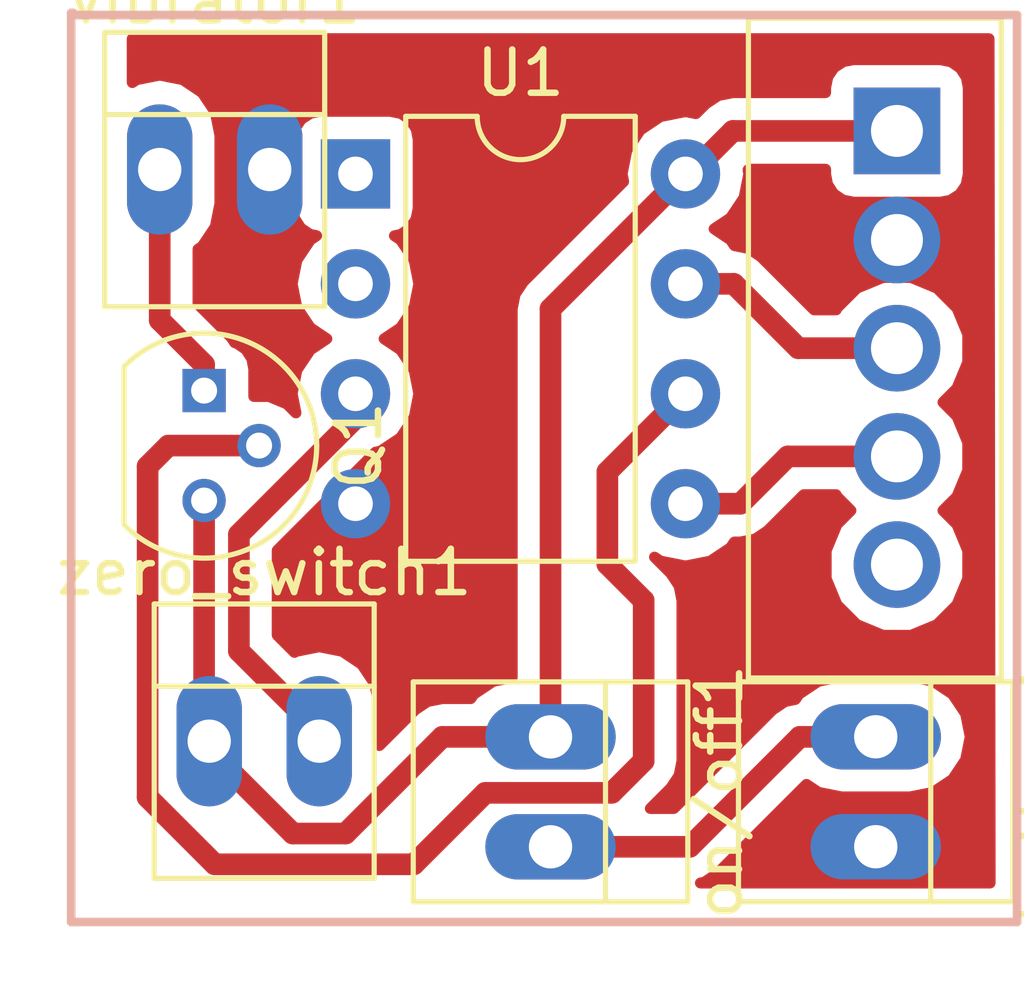
<source format=kicad_pcb>
(kicad_pcb (version 4) (host pcbnew 4.0.6)

  (general
    (links 13)
    (no_connects 0)
    (area 177.236667 93.774999 202.975 117.303333)
    (thickness 1.6)
    (drawings 5)
    (tracks 44)
    (zones 0)
    (modules 7)
    (nets 9)
  )

  (page A4)
  (layers
    (0 F.Cu signal)
    (31 B.Cu signal hide)
    (32 B.Adhes user hide)
    (33 F.Adhes user hide)
    (34 B.Paste user hide)
    (35 F.Paste user hide)
    (36 B.SilkS user)
    (37 F.SilkS user hide)
    (38 B.Mask user hide)
    (39 F.Mask user hide)
    (40 Dwgs.User user hide)
    (41 Cmts.User user hide)
    (42 Eco1.User user hide)
    (43 Eco2.User user hide)
    (44 Edge.Cuts user hide)
    (45 Margin user hide)
    (46 B.CrtYd user hide)
    (47 F.CrtYd user hide)
    (48 B.Fab user hide)
    (49 F.Fab user)
  )

  (setup
    (last_trace_width 0.5)
    (trace_clearance 0.2)
    (zone_clearance 0.508)
    (zone_45_only yes)
    (trace_min 0.2)
    (segment_width 0.2)
    (edge_width 0.15)
    (via_size 0.6)
    (via_drill 0.4)
    (via_min_size 0.4)
    (via_min_drill 0.3)
    (uvia_size 0.3)
    (uvia_drill 0.1)
    (uvias_allowed no)
    (uvia_min_size 0.2)
    (uvia_min_drill 0.1)
    (pcb_text_width 0.3)
    (pcb_text_size 1.5 1.5)
    (mod_edge_width 0.15)
    (mod_text_size 1 1)
    (mod_text_width 0.15)
    (pad_size 1.524 1.524)
    (pad_drill 0.762)
    (pad_to_mask_clearance 0.2)
    (aux_axis_origin 0 0)
    (visible_elements 7FFFFFFF)
    (pcbplotparams
      (layerselection 0x00030_80000001)
      (usegerberextensions false)
      (excludeedgelayer true)
      (linewidth 0.050000)
      (plotframeref false)
      (viasonmask false)
      (mode 1)
      (useauxorigin false)
      (hpglpennumber 1)
      (hpglpenspeed 20)
      (hpglpendiameter 15)
      (hpglpenoverlay 2)
      (psnegative false)
      (psa4output false)
      (plotreference true)
      (plotvalue true)
      (plotinvisibletext false)
      (padsonsilk false)
      (subtractmaskfromsilk false)
      (outputformat 1)
      (mirror false)
      (drillshape 1)
      (scaleselection 1)
      (outputdirectory ""))
  )

  (net 0 "")
  (net 1 "Net-(J1-Pad1)")
  (net 2 "Net-(J1-Pad3)")
  (net 3 "Net-(J1-Pad4)")
  (net 4 "Net-(Q1-Pad2)")
  (net 5 "Net-(Q1-Pad1)")
  (net 6 "Net-(battery1-Pad1)")
  (net 7 "Net-(J1-Pad2)")
  (net 8 "Net-(U1-Pad3)")

  (net_class Default "This is the default net class."
    (clearance 0.2)
    (trace_width 0.5)
    (via_dia 0.6)
    (via_drill 0.4)
    (uvia_dia 0.3)
    (uvia_drill 0.1)
    (add_net "Net-(J1-Pad1)")
    (add_net "Net-(J1-Pad2)")
    (add_net "Net-(J1-Pad3)")
    (add_net "Net-(J1-Pad4)")
    (add_net "Net-(Q1-Pad1)")
    (add_net "Net-(Q1-Pad2)")
    (add_net "Net-(U1-Pad3)")
    (add_net "Net-(battery1-Pad1)")
  )

  (module Connect:PINHEAD1-2 (layer F.Cu) (tedit 0) (tstamp 5A33CA15)
    (at 180.975 97.8916)
    (path /5A3272DB)
    (fp_text reference vibrator1 (at 1.27 -3.9) (layer F.SilkS)
      (effects (font (size 1 1) (thickness 0.15)))
    )
    (fp_text value CONN_01X02 (at 1.27 3.81) (layer F.Fab)
      (effects (font (size 1 1) (thickness 0.15)))
    )
    (fp_line (start 3.81 -1.27) (end -1.27 -1.27) (layer F.SilkS) (width 0.12))
    (fp_line (start 3.81 3.17) (end -1.27 3.17) (layer F.SilkS) (width 0.12))
    (fp_line (start -1.27 -3.17) (end 3.81 -3.17) (layer F.SilkS) (width 0.12))
    (fp_line (start -1.27 -3.17) (end -1.27 3.17) (layer F.SilkS) (width 0.12))
    (fp_line (start 3.81 -3.17) (end 3.81 3.17) (layer F.SilkS) (width 0.12))
    (fp_line (start -1.52 -3.42) (end 4.06 -3.42) (layer F.CrtYd) (width 0.05))
    (fp_line (start -1.52 -3.42) (end -1.52 3.42) (layer F.CrtYd) (width 0.05))
    (fp_line (start 4.06 3.42) (end 4.06 -3.42) (layer F.CrtYd) (width 0.05))
    (fp_line (start 4.06 3.42) (end -1.52 3.42) (layer F.CrtYd) (width 0.05))
    (pad 1 thru_hole oval (at 0 0) (size 1.51 3.01) (drill 1) (layers *.Cu *.Mask)
      (net 5 "Net-(Q1-Pad1)"))
    (pad 2 thru_hole oval (at 2.54 0) (size 1.51 3.01) (drill 1) (layers *.Cu *.Mask)
      (net 7 "Net-(J1-Pad2)"))
  )

  (module Connect:PINHEAD1-2 (layer F.Cu) (tedit 0) (tstamp 5A33C9FC)
    (at 190 111 270)
    (path /5A327356)
    (fp_text reference on/off1 (at 1.27 -3.9 270) (layer F.SilkS)
      (effects (font (size 1 1) (thickness 0.15)))
    )
    (fp_text value CONN_01X02 (at 1.27 3.81 270) (layer F.Fab)
      (effects (font (size 1 1) (thickness 0.15)))
    )
    (fp_line (start 3.81 -1.27) (end -1.27 -1.27) (layer F.SilkS) (width 0.12))
    (fp_line (start 3.81 3.17) (end -1.27 3.17) (layer F.SilkS) (width 0.12))
    (fp_line (start -1.27 -3.17) (end 3.81 -3.17) (layer F.SilkS) (width 0.12))
    (fp_line (start -1.27 -3.17) (end -1.27 3.17) (layer F.SilkS) (width 0.12))
    (fp_line (start 3.81 -3.17) (end 3.81 3.17) (layer F.SilkS) (width 0.12))
    (fp_line (start -1.52 -3.42) (end 4.06 -3.42) (layer F.CrtYd) (width 0.05))
    (fp_line (start -1.52 -3.42) (end -1.52 3.42) (layer F.CrtYd) (width 0.05))
    (fp_line (start 4.06 3.42) (end 4.06 -3.42) (layer F.CrtYd) (width 0.05))
    (fp_line (start 4.06 3.42) (end -1.52 3.42) (layer F.CrtYd) (width 0.05))
    (pad 1 thru_hole oval (at 0 0 270) (size 1.51 3.01) (drill 1) (layers *.Cu *.Mask)
      (net 1 "Net-(J1-Pad1)"))
    (pad 2 thru_hole oval (at 2.54 0 270) (size 1.51 3.01) (drill 1) (layers *.Cu *.Mask)
      (net 6 "Net-(battery1-Pad1)"))
  )

  (module Connectors:Wafer_Vertical15x5.8x7RM2.5-5 (layer F.Cu) (tedit 556C2A98) (tstamp 5A33C9F6)
    (at 198 97 270)
    (descr "Gold-Tek vertical wafer connector with 2.5mm pitch")
    (tags "wafer connector vertical")
    (path /5A327108)
    (fp_text reference J1 (at 5.02 -3.81 270) (layer F.SilkS)
      (effects (font (size 1 1) (thickness 0.15)))
    )
    (fp_text value CONN_01X05 (at 5.02 5.08 270) (layer F.Fab)
      (effects (font (size 1 1) (thickness 0.15)))
    )
    (fp_line (start -3 -2.75) (end 12.95 -2.75) (layer F.CrtYd) (width 0.05))
    (fp_line (start 12.95 -2.75) (end 12.95 3.8) (layer F.CrtYd) (width 0.05))
    (fp_line (start 12.95 3.8) (end -3 3.8) (layer F.CrtYd) (width 0.05))
    (fp_line (start -3 3.8) (end -3 -2.75) (layer F.CrtYd) (width 0.05))
    (fp_line (start 12.64 3.43) (end -2.6 3.43) (layer F.SilkS) (width 0.12))
    (fp_line (start -2.6 -2.41) (end 12.64 -2.41) (layer F.SilkS) (width 0.12))
    (fp_line (start 12.64 -2.41) (end 12.64 3.43) (layer F.SilkS) (width 0.12))
    (fp_line (start -2.6 -2.41) (end -2.6 3.43) (layer F.SilkS) (width 0.12))
    (pad 1 thru_hole rect (at 0 0 270) (size 2 2) (drill 1.2) (layers *.Cu *.Mask)
      (net 1 "Net-(J1-Pad1)"))
    (pad 2 thru_hole circle (at 2.52 0 270) (size 2 2) (drill 1.2) (layers *.Cu *.Mask)
      (net 7 "Net-(J1-Pad2)"))
    (pad 3 thru_hole circle (at 5.02 0 270) (size 2 2) (drill 1.2) (layers *.Cu *.Mask)
      (net 2 "Net-(J1-Pad3)"))
    (pad 4 thru_hole circle (at 7.52 0 270) (size 2 2) (drill 1.2) (layers *.Cu *.Mask)
      (net 3 "Net-(J1-Pad4)"))
    (pad 5 thru_hole circle (at 10.02 0 270) (size 2 2) (drill 1.2) (layers *.Cu *.Mask))
    (model Connectors.3dshapes/Wafer_Vertical15x5.8x7RM2.5-5.wrl
      (at (xyz 0 0 0))
      (scale (xyz 4 4 4))
      (rotate (xyz 0 0 0))
    )
  )

  (module TO_SOT_Packages_THT:TO-92_Molded_Narrow (layer F.Cu) (tedit 58CE52AF) (tstamp 5A33CA03)
    (at 182 103 270)
    (descr "TO-92 leads molded, narrow, drill 0.6mm (see NXP sot054_po.pdf)")
    (tags "to-92 sc-43 sc-43a sot54 PA33 transistor")
    (path /5A33B4C1)
    (fp_text reference Q1 (at 1.27 -3.56 270) (layer F.SilkS)
      (effects (font (size 1 1) (thickness 0.15)))
    )
    (fp_text value PN2222A (at 1.27 2.79 270) (layer F.Fab)
      (effects (font (size 1 1) (thickness 0.15)))
    )
    (fp_text user %R (at 1.27 -3.56 270) (layer F.Fab)
      (effects (font (size 1 1) (thickness 0.15)))
    )
    (fp_line (start -0.53 1.85) (end 3.07 1.85) (layer F.SilkS) (width 0.12))
    (fp_line (start -0.5 1.75) (end 3 1.75) (layer F.Fab) (width 0.1))
    (fp_line (start -1.46 -2.73) (end 4 -2.73) (layer F.CrtYd) (width 0.05))
    (fp_line (start -1.46 -2.73) (end -1.46 2.01) (layer F.CrtYd) (width 0.05))
    (fp_line (start 4 2.01) (end 4 -2.73) (layer F.CrtYd) (width 0.05))
    (fp_line (start 4 2.01) (end -1.46 2.01) (layer F.CrtYd) (width 0.05))
    (fp_arc (start 1.27 0) (end 1.27 -2.48) (angle 135) (layer F.Fab) (width 0.1))
    (fp_arc (start 1.27 0) (end 1.27 -2.6) (angle -135) (layer F.SilkS) (width 0.12))
    (fp_arc (start 1.27 0) (end 1.27 -2.48) (angle -135) (layer F.Fab) (width 0.1))
    (fp_arc (start 1.27 0) (end 1.27 -2.6) (angle 135) (layer F.SilkS) (width 0.12))
    (pad 2 thru_hole circle (at 1.27 -1.27) (size 1 1) (drill 0.6) (layers *.Cu *.Mask)
      (net 4 "Net-(Q1-Pad2)"))
    (pad 3 thru_hole circle (at 2.54 0) (size 1 1) (drill 0.6) (layers *.Cu *.Mask)
      (net 1 "Net-(J1-Pad1)"))
    (pad 1 thru_hole rect (at 0 0) (size 1 1) (drill 0.6) (layers *.Cu *.Mask)
      (net 5 "Net-(Q1-Pad1)"))
    (model ${KISYS3DMOD}/TO_SOT_Packages_THT.3dshapes/TO-92_Molded_Narrow.wrl
      (at (xyz 0.05 0 0))
      (scale (xyz 1 1 1))
      (rotate (xyz 0 0 -90))
    )
  )

  (module Housings_DIP:DIP-8_W7.62mm (layer F.Cu) (tedit 59C78D6B) (tstamp 5A33CA0F)
    (at 185.4962 97.9932)
    (descr "8-lead though-hole mounted DIP package, row spacing 7.62 mm (300 mils)")
    (tags "THT DIP DIL PDIP 2.54mm 7.62mm 300mil")
    (path /5A32703E)
    (fp_text reference U1 (at 3.81 -2.33) (layer F.SilkS)
      (effects (font (size 1 1) (thickness 0.15)))
    )
    (fp_text value ATTINY10-P (at 3.81 9.95) (layer F.Fab)
      (effects (font (size 1 1) (thickness 0.15)))
    )
    (fp_arc (start 3.81 -1.33) (end 2.81 -1.33) (angle -180) (layer F.SilkS) (width 0.12))
    (fp_line (start 1.635 -1.27) (end 6.985 -1.27) (layer F.Fab) (width 0.1))
    (fp_line (start 6.985 -1.27) (end 6.985 8.89) (layer F.Fab) (width 0.1))
    (fp_line (start 6.985 8.89) (end 0.635 8.89) (layer F.Fab) (width 0.1))
    (fp_line (start 0.635 8.89) (end 0.635 -0.27) (layer F.Fab) (width 0.1))
    (fp_line (start 0.635 -0.27) (end 1.635 -1.27) (layer F.Fab) (width 0.1))
    (fp_line (start 2.81 -1.33) (end 1.16 -1.33) (layer F.SilkS) (width 0.12))
    (fp_line (start 1.16 -1.33) (end 1.16 8.95) (layer F.SilkS) (width 0.12))
    (fp_line (start 1.16 8.95) (end 6.46 8.95) (layer F.SilkS) (width 0.12))
    (fp_line (start 6.46 8.95) (end 6.46 -1.33) (layer F.SilkS) (width 0.12))
    (fp_line (start 6.46 -1.33) (end 4.81 -1.33) (layer F.SilkS) (width 0.12))
    (fp_line (start -1.1 -1.55) (end -1.1 9.15) (layer F.CrtYd) (width 0.05))
    (fp_line (start -1.1 9.15) (end 8.7 9.15) (layer F.CrtYd) (width 0.05))
    (fp_line (start 8.7 9.15) (end 8.7 -1.55) (layer F.CrtYd) (width 0.05))
    (fp_line (start 8.7 -1.55) (end -1.1 -1.55) (layer F.CrtYd) (width 0.05))
    (fp_text user %R (at 3.81 3.81) (layer F.Fab)
      (effects (font (size 1 1) (thickness 0.15)))
    )
    (pad 1 thru_hole rect (at 0 0) (size 1.6 1.6) (drill 0.8) (layers *.Cu *.Mask))
    (pad 5 thru_hole oval (at 7.62 7.62) (size 1.6 1.6) (drill 0.8) (layers *.Cu *.Mask)
      (net 3 "Net-(J1-Pad4)"))
    (pad 2 thru_hole oval (at 0 2.54) (size 1.6 1.6) (drill 0.8) (layers *.Cu *.Mask))
    (pad 6 thru_hole oval (at 7.62 5.08) (size 1.6 1.6) (drill 0.8) (layers *.Cu *.Mask)
      (net 4 "Net-(Q1-Pad2)"))
    (pad 3 thru_hole oval (at 0 5.08) (size 1.6 1.6) (drill 0.8) (layers *.Cu *.Mask)
      (net 8 "Net-(U1-Pad3)"))
    (pad 7 thru_hole oval (at 7.62 2.54) (size 1.6 1.6) (drill 0.8) (layers *.Cu *.Mask)
      (net 2 "Net-(J1-Pad3)"))
    (pad 4 thru_hole oval (at 0 7.62) (size 1.6 1.6) (drill 0.8) (layers *.Cu *.Mask)
      (net 7 "Net-(J1-Pad2)"))
    (pad 8 thru_hole oval (at 7.62 0) (size 1.6 1.6) (drill 0.8) (layers *.Cu *.Mask)
      (net 1 "Net-(J1-Pad1)"))
    (model ${KISYS3DMOD}/Housings_DIP.3dshapes/DIP-8_W7.62mm.wrl
      (at (xyz 0 0 0))
      (scale (xyz 1 1 1))
      (rotate (xyz 0 0 0))
    )
  )

  (module Connect:PINHEAD1-2 (layer F.Cu) (tedit 0) (tstamp 5A33CA1B)
    (at 182.118 111.0996)
    (path /5A327202)
    (fp_text reference zero_switch1 (at 1.27 -3.9) (layer F.SilkS)
      (effects (font (size 1 1) (thickness 0.15)))
    )
    (fp_text value CONN_01X02 (at 1.27 3.81) (layer F.Fab)
      (effects (font (size 1 1) (thickness 0.15)))
    )
    (fp_line (start 3.81 -1.27) (end -1.27 -1.27) (layer F.SilkS) (width 0.12))
    (fp_line (start 3.81 3.17) (end -1.27 3.17) (layer F.SilkS) (width 0.12))
    (fp_line (start -1.27 -3.17) (end 3.81 -3.17) (layer F.SilkS) (width 0.12))
    (fp_line (start -1.27 -3.17) (end -1.27 3.17) (layer F.SilkS) (width 0.12))
    (fp_line (start 3.81 -3.17) (end 3.81 3.17) (layer F.SilkS) (width 0.12))
    (fp_line (start -1.52 -3.42) (end 4.06 -3.42) (layer F.CrtYd) (width 0.05))
    (fp_line (start -1.52 -3.42) (end -1.52 3.42) (layer F.CrtYd) (width 0.05))
    (fp_line (start 4.06 3.42) (end 4.06 -3.42) (layer F.CrtYd) (width 0.05))
    (fp_line (start 4.06 3.42) (end -1.52 3.42) (layer F.CrtYd) (width 0.05))
    (pad 1 thru_hole oval (at 0 0) (size 1.51 3.01) (drill 1) (layers *.Cu *.Mask)
      (net 1 "Net-(J1-Pad1)"))
    (pad 2 thru_hole oval (at 2.54 0) (size 1.51 3.01) (drill 1) (layers *.Cu *.Mask)
      (net 8 "Net-(U1-Pad3)"))
  )

  (module Connect:PINHEAD1-2 (layer F.Cu) (tedit 0) (tstamp 5A393088)
    (at 197.5104 110.998 270)
    (path /5A393046)
    (fp_text reference battery1 (at 1.27 -3.9 270) (layer F.SilkS)
      (effects (font (size 1 1) (thickness 0.15)))
    )
    (fp_text value CONN_01X02 (at 1.27 3.81 270) (layer F.Fab)
      (effects (font (size 1 1) (thickness 0.15)))
    )
    (fp_line (start 3.81 -1.27) (end -1.27 -1.27) (layer F.SilkS) (width 0.12))
    (fp_line (start 3.81 3.17) (end -1.27 3.17) (layer F.SilkS) (width 0.12))
    (fp_line (start -1.27 -3.17) (end 3.81 -3.17) (layer F.SilkS) (width 0.12))
    (fp_line (start -1.27 -3.17) (end -1.27 3.17) (layer F.SilkS) (width 0.12))
    (fp_line (start 3.81 -3.17) (end 3.81 3.17) (layer F.SilkS) (width 0.12))
    (fp_line (start -1.52 -3.42) (end 4.06 -3.42) (layer F.CrtYd) (width 0.05))
    (fp_line (start -1.52 -3.42) (end -1.52 3.42) (layer F.CrtYd) (width 0.05))
    (fp_line (start 4.06 3.42) (end 4.06 -3.42) (layer F.CrtYd) (width 0.05))
    (fp_line (start 4.06 3.42) (end -1.52 3.42) (layer F.CrtYd) (width 0.05))
    (pad 1 thru_hole oval (at 0 0 270) (size 1.51 3.01) (drill 1) (layers *.Cu *.Mask)
      (net 6 "Net-(battery1-Pad1)"))
    (pad 2 thru_hole oval (at 2.54 0 270) (size 1.51 3.01) (drill 1) (layers *.Cu *.Mask)
      (net 7 "Net-(J1-Pad2)"))
  )

  (gr_line (start 178.9303 94.2721) (end 178.9811 94.2721) (angle 90) (layer B.SilkS) (width 0.2))
  (gr_line (start 178.9303 115.2779) (end 178.9303 94.2721) (angle 90) (layer B.SilkS) (width 0.2))
  (gr_line (start 200.7743 115.2779) (end 178.9303 115.2779) (angle 90) (layer B.SilkS) (width 0.2))
  (gr_line (start 200.7743 94.3229) (end 200.7743 115.2779) (angle 90) (layer B.SilkS) (width 0.2))
  (gr_line (start 178.9303 94.3229) (end 200.7743 94.3229) (angle 90) (layer B.SilkS) (width 0.2))

  (segment (start 182 105.54) (end 182 110.9816) (width 0.5) (layer F.Cu) (net 1))
  (segment (start 182 110.9816) (end 182.118 111.0996) (width 0.5) (layer F.Cu) (net 1) (tstamp 5A535AB6))
  (segment (start 182.118 111.0996) (end 182.118 111.3028) (width 0.5) (layer F.Cu) (net 1))
  (segment (start 182.118 111.3028) (end 184.0484 113.2332) (width 0.5) (layer F.Cu) (net 1) (tstamp 5A535A98))
  (segment (start 184.0484 113.2332) (end 185.2676 113.2332) (width 0.5) (layer F.Cu) (net 1) (tstamp 5A535A99))
  (segment (start 185.2676 113.2332) (end 187.5008 111) (width 0.5) (layer F.Cu) (net 1) (tstamp 5A535A9D))
  (segment (start 187.5008 111) (end 190 111) (width 0.5) (layer F.Cu) (net 1) (tstamp 5A535AA0))
  (segment (start 193.1162 97.9932) (end 193.2178 97.9932) (width 0.5) (layer F.Cu) (net 1))
  (segment (start 193.2178 97.9932) (end 194.211 97) (width 0.5) (layer F.Cu) (net 1) (tstamp 5A535A19))
  (segment (start 194.211 97) (end 198 97) (width 0.5) (layer F.Cu) (net 1) (tstamp 5A535A1A))
  (segment (start 190 111) (end 190 101.1094) (width 0.5) (layer F.Cu) (net 1))
  (segment (start 190 101.1094) (end 193.1162 97.9932) (width 0.5) (layer F.Cu) (net 1) (tstamp 5A535A14))
  (segment (start 190 111) (end 190.5996 111) (width 0.5) (layer F.Cu) (net 1))
  (segment (start 193.1162 100.5332) (end 194.2338 100.5332) (width 0.5) (layer F.Cu) (net 2))
  (segment (start 195.7206 102.02) (end 198 102.02) (width 0.5) (layer F.Cu) (net 2) (tstamp 5A535A2D))
  (segment (start 194.2338 100.5332) (end 195.7206 102.02) (width 0.5) (layer F.Cu) (net 2) (tstamp 5A535A2C))
  (segment (start 193.1162 105.6132) (end 194.3862 105.6132) (width 0.5) (layer F.Cu) (net 3))
  (segment (start 195.4794 104.52) (end 198 104.52) (width 0.5) (layer F.Cu) (net 3) (tstamp 5A535A29))
  (segment (start 194.3862 105.6132) (end 195.4794 104.52) (width 0.5) (layer F.Cu) (net 3) (tstamp 5A535A26))
  (segment (start 191.3128 104.8766) (end 193.1162 103.0732) (width 0.5) (layer F.Cu) (net 4) (tstamp 5A535AEF))
  (segment (start 191.3128 107.0102) (end 191.3128 104.8766) (width 0.5) (layer F.Cu) (net 4) (tstamp 5A535AEE))
  (segment (start 192.151 107.8484) (end 191.3128 107.0102) (width 0.5) (layer F.Cu) (net 4) (tstamp 5A535AEC))
  (segment (start 192.151 111.5568) (end 192.151 107.8484) (width 0.5) (layer F.Cu) (net 4) (tstamp 5A535AE7))
  (segment (start 191.4144 112.2934) (end 192.151 111.5568) (width 0.5) (layer F.Cu) (net 4) (tstamp 5A535AE2))
  (segment (start 188.4934 112.2934) (end 191.4144 112.2934) (width 0.5) (layer F.Cu) (net 4) (tstamp 5A535ADF))
  (segment (start 186.8424 113.9444) (end 188.4934 112.2934) (width 0.5) (layer F.Cu) (net 4) (tstamp 5A535ADD))
  (segment (start 182.245 113.9444) (end 186.8424 113.9444) (width 0.5) (layer F.Cu) (net 4) (tstamp 5A535AD8))
  (segment (start 180.6956 112.395) (end 182.245 113.9444) (width 0.5) (layer F.Cu) (net 4) (tstamp 5A535AD4))
  (segment (start 180.6956 104.7496) (end 180.6956 112.395) (width 0.5) (layer F.Cu) (net 4) (tstamp 5A535AD0))
  (segment (start 181.1752 104.27) (end 180.6956 104.7496) (width 0.5) (layer F.Cu) (net 4) (tstamp 5A535ACE))
  (segment (start 183.27 104.27) (end 181.1752 104.27) (width 0.5) (layer F.Cu) (net 4))
  (segment (start 182 103) (end 182 102.3964) (width 0.5) (layer F.Cu) (net 5))
  (segment (start 180.975 101.3714) (end 180.975 97.8916) (width 0.5) (layer F.Cu) (net 5) (tstamp 5A535C03))
  (segment (start 182 102.3964) (end 180.975 101.3714) (width 0.5) (layer F.Cu) (net 5) (tstamp 5A535C02))
  (segment (start 198 111) (end 195.7558 111) (width 0.5) (layer F.Cu) (net 6))
  (segment (start 193.2158 113.54) (end 190 113.54) (width 0.5) (layer F.Cu) (net 6) (tstamp 5A535A0A))
  (segment (start 195.7558 111) (end 193.2158 113.54) (width 0.5) (layer F.Cu) (net 6) (tstamp 5A535A06))
  (segment (start 190 113.54) (end 190.46 113.54) (width 0.5) (layer F.Cu) (net 6))
  (segment (start 184.658 111.0996) (end 184.658 110.871) (width 0.5) (layer F.Cu) (net 8))
  (segment (start 184.658 110.871) (end 182.8038 109.0168) (width 0.5) (layer F.Cu) (net 8) (tstamp 5A5364FD))
  (segment (start 182.8038 109.0168) (end 182.8038 106.3244) (width 0.5) (layer F.Cu) (net 8) (tstamp 5A536502))
  (segment (start 182.8038 106.3244) (end 185.4962 103.632) (width 0.5) (layer F.Cu) (net 8) (tstamp 5A536506))
  (segment (start 185.4962 103.632) (end 185.4962 103.0732) (width 0.5) (layer F.Cu) (net 8) (tstamp 5A536510))
  (segment (start 185.4962 103.5812) (end 185.4962 103.0732) (width 0.5) (layer F.Cu) (net 8) (tstamp 5A535C21))

  (zone (net 7) (net_name "Net-(J1-Pad2)") (layer F.Cu) (tstamp 5A393970) (hatch full 0.508)
    (connect_pads yes (clearance 0.508))
    (min_thickness 0.254)
    (fill yes (arc_segments 16) (thermal_gap 0.508) (thermal_bridge_width 0.508))
    (polygon
      (pts
        (xy 200.279 114.5032) (xy 180.2384 114.5032) (xy 180.213 94.742) (xy 200.2536 94.742)
      )
    )
    (filled_polygon
      (pts
        (xy 200.151837 114.3762) (xy 193.461133 114.3762) (xy 193.498284 114.36881) (xy 193.554475 114.357633) (xy 193.84159 114.16579)
        (xy 195.909981 112.097398) (xy 196.186545 112.282193) (xy 196.718475 112.388) (xy 198.302325 112.388) (xy 198.834255 112.282193)
        (xy 199.285203 111.980878) (xy 199.586518 111.52993) (xy 199.692325 110.998) (xy 199.586518 110.46607) (xy 199.285203 110.015122)
        (xy 198.834255 109.713807) (xy 198.302325 109.608) (xy 196.718475 109.608) (xy 196.186545 109.713807) (xy 195.735597 110.015122)
        (xy 195.655534 110.134944) (xy 195.417125 110.182367) (xy 195.13001 110.37421) (xy 195.130008 110.374213) (xy 192.84922 112.655)
        (xy 192.30438 112.655) (xy 192.776787 112.182592) (xy 192.77679 112.18259) (xy 192.968633 111.895475) (xy 192.993749 111.76921)
        (xy 193.036001 111.5568) (xy 193.036 111.556795) (xy 193.036 107.848405) (xy 193.036001 107.8484) (xy 192.968633 107.509726)
        (xy 192.968633 107.509725) (xy 192.77679 107.22261) (xy 192.776787 107.222608) (xy 192.400941 106.846762) (xy 192.538936 106.938967)
        (xy 193.088087 107.0482) (xy 193.144313 107.0482) (xy 193.693464 106.938967) (xy 194.159011 106.627898) (xy 194.245673 106.4982)
        (xy 194.386195 106.4982) (xy 194.3862 106.498201) (xy 194.668684 106.44201) (xy 194.724875 106.430833) (xy 195.01199 106.23899)
        (xy 195.845979 105.405) (xy 196.596602 105.405) (xy 196.613106 105.444943) (xy 196.937759 105.770164) (xy 196.614722 106.092637)
        (xy 196.365284 106.693352) (xy 196.364716 107.343795) (xy 196.613106 107.944943) (xy 197.072637 108.405278) (xy 197.673352 108.654716)
        (xy 198.323795 108.655284) (xy 198.924943 108.406894) (xy 199.385278 107.947363) (xy 199.634716 107.346648) (xy 199.635284 106.696205)
        (xy 199.386894 106.095057) (xy 199.062241 105.769836) (xy 199.385278 105.447363) (xy 199.634716 104.846648) (xy 199.635284 104.196205)
        (xy 199.386894 103.595057) (xy 199.062241 103.269836) (xy 199.385278 102.947363) (xy 199.634716 102.346648) (xy 199.635284 101.696205)
        (xy 199.386894 101.095057) (xy 198.927363 100.634722) (xy 198.326648 100.385284) (xy 197.676205 100.384716) (xy 197.075057 100.633106)
        (xy 196.614722 101.092637) (xy 196.597131 101.135) (xy 196.087179 101.135) (xy 194.85959 99.90741) (xy 194.572475 99.715567)
        (xy 194.516284 99.70439) (xy 194.247492 99.650923) (xy 194.159011 99.518502) (xy 193.776925 99.2632) (xy 194.159011 99.007898)
        (xy 194.47008 98.542351) (xy 194.579313 97.9932) (xy 194.561074 97.901505) (xy 194.577579 97.885) (xy 196.35256 97.885)
        (xy 196.35256 98) (xy 196.396838 98.235317) (xy 196.53591 98.451441) (xy 196.74811 98.596431) (xy 197 98.64744)
        (xy 199 98.64744) (xy 199.235317 98.603162) (xy 199.451441 98.46409) (xy 199.596431 98.25189) (xy 199.64744 98)
        (xy 199.64744 96) (xy 199.603162 95.764683) (xy 199.46409 95.548559) (xy 199.25189 95.403569) (xy 199 95.35256)
        (xy 197 95.35256) (xy 196.764683 95.396838) (xy 196.548559 95.53591) (xy 196.403569 95.74811) (xy 196.35256 96)
        (xy 196.35256 96.115) (xy 194.211005 96.115) (xy 194.211 96.114999) (xy 193.928516 96.17119) (xy 193.872325 96.182367)
        (xy 193.58521 96.37421) (xy 193.585208 96.374213) (xy 193.358597 96.600824) (xy 193.144313 96.5582) (xy 193.088087 96.5582)
        (xy 192.538936 96.667433) (xy 192.073389 96.978502) (xy 191.76232 97.444049) (xy 191.653087 97.9932) (xy 191.688183 98.169638)
        (xy 189.37421 100.48361) (xy 189.182367 100.770725) (xy 189.182367 100.770726) (xy 189.114999 101.1094) (xy 189.115 101.109405)
        (xy 189.115 109.628514) (xy 188.676145 109.715807) (xy 188.225197 110.017122) (xy 188.159797 110.115) (xy 187.500805 110.115)
        (xy 187.5008 110.114999) (xy 187.218316 110.17119) (xy 187.162125 110.182367) (xy 186.87501 110.37421) (xy 186.875008 110.374213)
        (xy 186.048 111.201221) (xy 186.048 110.307675) (xy 185.942193 109.775745) (xy 185.640878 109.324797) (xy 185.18993 109.023482)
        (xy 184.658 108.917675) (xy 184.12607 109.023482) (xy 184.0877 109.04912) (xy 183.6888 108.65022) (xy 183.6888 106.69098)
        (xy 185.957806 104.421973) (xy 186.073464 104.398967) (xy 186.539011 104.087898) (xy 186.85008 103.622351) (xy 186.959313 103.0732)
        (xy 186.85008 102.524049) (xy 186.539011 102.058502) (xy 186.156925 101.8032) (xy 186.539011 101.547898) (xy 186.85008 101.082351)
        (xy 186.959313 100.5332) (xy 186.85008 99.984049) (xy 186.539011 99.518502) (xy 186.394735 99.422099) (xy 186.531517 99.396362)
        (xy 186.747641 99.25729) (xy 186.892631 99.04509) (xy 186.94364 98.7932) (xy 186.94364 97.1932) (xy 186.899362 96.957883)
        (xy 186.76029 96.741759) (xy 186.54809 96.596769) (xy 186.2962 96.54576) (xy 184.6962 96.54576) (xy 184.460883 96.590038)
        (xy 184.244759 96.72911) (xy 184.099769 96.94131) (xy 184.04876 97.1932) (xy 184.04876 98.7932) (xy 184.093038 99.028517)
        (xy 184.23211 99.244641) (xy 184.44431 99.389631) (xy 184.599289 99.421015) (xy 184.453389 99.518502) (xy 184.14232 99.984049)
        (xy 184.033087 100.5332) (xy 184.14232 101.082351) (xy 184.453389 101.547898) (xy 184.835475 101.8032) (xy 184.453389 102.058502)
        (xy 184.14232 102.524049) (xy 184.033087 103.0732) (xy 184.121195 103.516147) (xy 183.913765 103.308355) (xy 183.496756 103.135197)
        (xy 183.14744 103.134892) (xy 183.14744 102.5) (xy 183.103162 102.264683) (xy 182.96409 102.048559) (xy 182.75189 101.903569)
        (xy 182.708799 101.894843) (xy 182.62579 101.77061) (xy 182.625787 101.770608) (xy 181.86 101.00482) (xy 181.86 99.731803)
        (xy 181.957878 99.666403) (xy 182.259193 99.215455) (xy 182.365 98.683525) (xy 182.365 97.099675) (xy 182.259193 96.567745)
        (xy 181.957878 96.116797) (xy 181.50693 95.815482) (xy 180.975 95.709675) (xy 180.44307 95.815482) (xy 180.341467 95.883371)
        (xy 180.340163 94.869) (xy 200.126763 94.869)
      )
    )
  )
)

</source>
